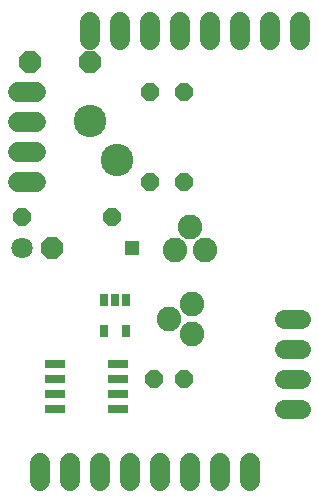
<source format=gts>
G75*
G70*
%OFA0B0*%
%FSLAX24Y24*%
%IPPOS*%
%LPD*%
%AMOC8*
5,1,8,0,0,1.08239X$1,22.5*
%
%ADD10C,0.0680*%
%ADD11R,0.0710X0.0316*%
%ADD12R,0.0315X0.0433*%
%ADD13OC8,0.0600*%
%ADD14OC8,0.0710*%
%ADD15C,0.0710*%
%ADD16C,0.0820*%
%ADD17C,0.0640*%
%ADD18C,0.1080*%
%ADD19R,0.0476X0.0476*%
D10*
X001867Y001150D02*
X001867Y001750D01*
X002867Y001750D02*
X002867Y001150D01*
X003867Y001150D02*
X003867Y001750D01*
X004867Y001750D02*
X004867Y001150D01*
X005867Y001150D02*
X005867Y001750D01*
X006867Y001750D02*
X006867Y001150D01*
X007867Y001150D02*
X007867Y001750D01*
X008867Y001750D02*
X008867Y001150D01*
X001717Y011100D02*
X001117Y011100D01*
X001117Y012100D02*
X001717Y012100D01*
X001717Y013100D02*
X001117Y013100D01*
X001117Y014100D02*
X001717Y014100D01*
X003517Y015850D02*
X003517Y016450D01*
X004517Y016450D02*
X004517Y015850D01*
X005517Y015850D02*
X005517Y016450D01*
X006517Y016450D02*
X006517Y015850D01*
X007517Y015850D02*
X007517Y016450D01*
X008517Y016450D02*
X008517Y015850D01*
X009517Y015850D02*
X009517Y016450D01*
X010517Y016450D02*
X010517Y015850D01*
D11*
X004462Y005046D03*
X004462Y004546D03*
X004462Y004046D03*
X004462Y003550D03*
X002372Y003550D03*
X002372Y004050D03*
X002372Y004550D03*
X002372Y005050D03*
D12*
X003993Y006138D03*
X003993Y007162D03*
X004367Y007162D03*
X004741Y007162D03*
X004741Y006138D03*
D13*
X005667Y004550D03*
X006667Y004550D03*
X004267Y009950D03*
X005517Y011100D03*
X006667Y011100D03*
X006667Y014100D03*
X005517Y014100D03*
X001267Y009950D03*
D14*
X002267Y008900D03*
X001517Y015100D03*
X003517Y015100D03*
D15*
X001267Y008900D03*
D16*
X006167Y006550D03*
X006917Y006050D03*
X006917Y007050D03*
X007367Y008850D03*
X006867Y009600D03*
X006367Y008850D03*
D17*
X009987Y006550D02*
X010547Y006550D01*
X010547Y005550D02*
X009987Y005550D01*
X009987Y004550D02*
X010547Y004550D01*
X010547Y003550D02*
X009987Y003550D01*
D18*
X004417Y011850D03*
X003517Y013150D03*
D19*
X004917Y008900D03*
M02*

</source>
